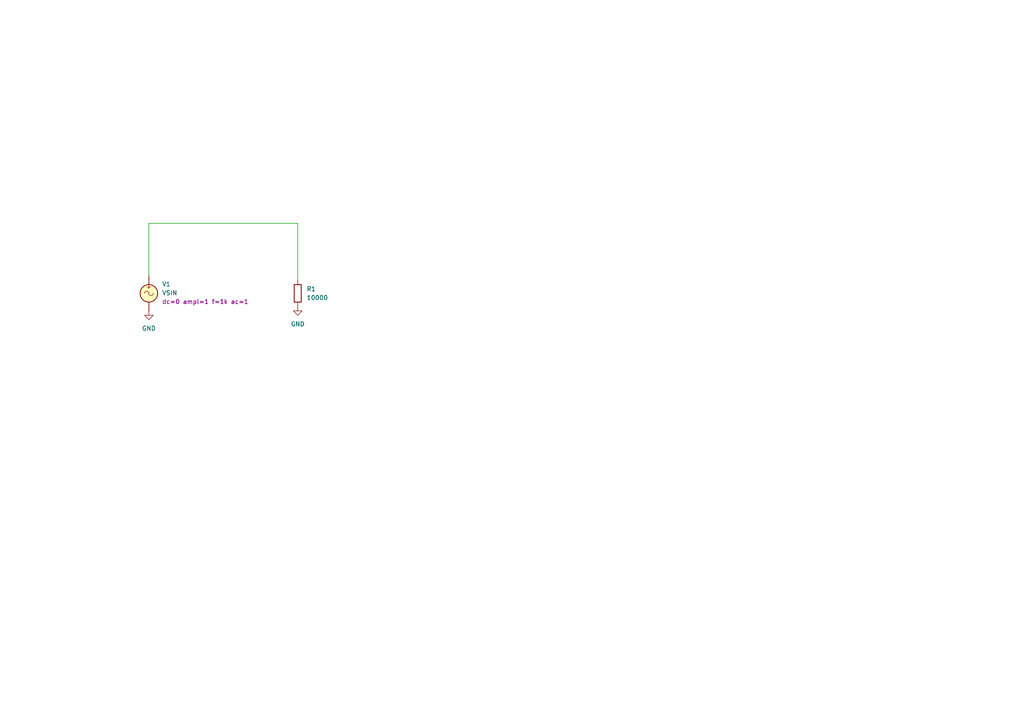
<source format=kicad_sch>
(kicad_sch (version 20231120) (generator "eeschema") (generator_version "8.0")
  (paper "A4")
  (lib_symbols
    (symbol "Device:R" (pin_numbers hide) (pin_names (offset 0))
      (property "Reference" "R" (at 2.032 0 90))
      (property "Value" "R" (at 0 0 90))
      (symbol "R_0_1"
        (rectangle (start -1.016 -2.54) (end 1.016 2.54) (stroke (width 0.254)))
      )
      (symbol "R_1_1"
        (pin passive line (at 0 3.81 270) (length 1.27) (name "~") (number "1"))
        (pin passive line (at 0 -3.81 90) (length 1.27) (name "~") (number "2"))
      )
    )
    (symbol "Simulation_SPICE:VSIN" (pin_numbers hide) (pin_names (offset 0.0254))
      (property "Reference" "V" (at 2.54 2.54 0))
      (property "Value" "VSIN" (at 2.54 0 0))
      (property "Sim.Params" "dc=0 ampl=1 f=1k ac=1" (at 2.54 -2.54 0))
      (symbol "VSIN_0_0"
        (arc (start 0 0) (mid -0.635 0.6323) (end -1.27 0))
        (arc (start 0 0) (mid 0.635 -0.6323) (end 1.27 0))
        (text "+" (at 0 1.905 0) (effects (font (size 1.27 1.27))))
      )
      (symbol "VSIN_0_1"
        (circle (center 0 0) (radius 2.54) (stroke (width 0.254)) (fill (type background)))
      )
      (symbol "VSIN_1_1"
        (pin passive line (at 0 5.08 270) (length 2.54) (name "~") (number "1"))
        (pin passive line (at 0 -5.08 90) (length 2.54) (name "~") (number "2"))
      )
    )
    (symbol "power:GND" (power) (pin_numbers hide) (pin_names (offset 0) hide)
      (property "Value" "GND" (at 0 -3.81 0))
      (symbol "GND_0_1"
        (polyline (pts (xy 0 0) (xy 0 -1.27) (xy 1.27 -1.27) (xy 0 -2.54) (xy -1.27 -1.27) (xy 0 -1.27)))
      )
      (symbol "GND_1_1"
        (pin power_in line (at 0 0 270) (length 0) (name "~") (number "1"))
      )
    )
  )
  (wire (pts (xy 43.18 80.01) (xy 43.18 64.77)))
  (wire (pts (xy 43.18 64.77) (xy 86.36 64.77)))
  (wire (pts (xy 86.36 64.77) (xy 86.36 81.28)))
  (symbol (lib_id "power:GND") (at 43.18 90.17 0) (unit 1)
    (property "Reference" "#PWR02" (effects (hide yes)))
    (property "Value" "GND" (at 43.18 95.25 0))
    (property "Description" "Power symbol creates a global label with name \"GND\" , ground" (effects (hide yes)))
  )
  (symbol (lib_id "Simulation_SPICE:VSIN") (at 43.18 85.09 0) (unit 1)
    (property "Reference" "V1" (at 46.99 82.4201 0) (effects (justify left)))
    (property "Value" "VSIN" (at 46.99 84.9601 0) (effects (justify left)))
    (property "Datasheet" "https://ngspice.sourceforge.io/docs/ngspice-html-manual/manual.xhtml#sec_Independent_Sources_for" (effects (hide yes)))
    (property "Description" "Voltage source, sinusoidal" (effects (hide yes)))
    (property "Sim.Pins" "1=+ 2=-" (effects (hide yes)))
    (property "Sim.Params" "dc=0 ampl=1 f=1k ac=1" (at 46.99 87.5001 0) (effects (justify left)))
    (property "Sim.Type" "SIN" (effects (hide yes)))
    (property "Sim.Device" "V" (effects (hide yes)))
  )
  (symbol (lib_id "Device:R") (at 86.36 85.09 0) (unit 1)
    (property "Reference" "R1" (at 88.9 83.8199 0) (effects (justify left)))
    (property "Value" "10000" (at 88.9 86.3599 0) (effects (justify left)))
    (property "Description" "Resistor" (effects (hide yes)))
  )
  (symbol (lib_id "power:GND") (at 86.36 88.9 0) (unit 1)
    (property "Reference" "#PWR01" (effects (hide yes)))
    (property "Value" "GND" (at 86.36 93.98 0))
    (property "Description" "Power symbol creates a global label with name \"GND\" , ground" (effects (hide yes)))
  )
)
</source>
